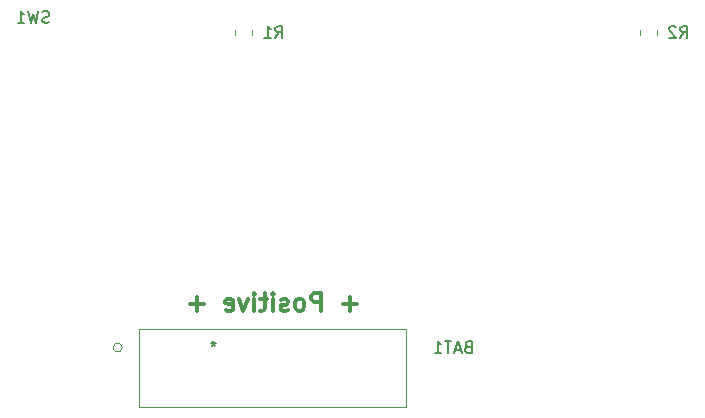
<source format=gbr>
%TF.GenerationSoftware,KiCad,Pcbnew,(5.1.9-0-10_14)*%
%TF.CreationDate,2021-10-18T12:22:06-07:00*%
%TF.ProjectId,pumpkin_pcb_2,70756d70-6b69-46e5-9f70-63625f322e6b,rev?*%
%TF.SameCoordinates,Original*%
%TF.FileFunction,Legend,Bot*%
%TF.FilePolarity,Positive*%
%FSLAX46Y46*%
G04 Gerber Fmt 4.6, Leading zero omitted, Abs format (unit mm)*
G04 Created by KiCad (PCBNEW (5.1.9-0-10_14)) date 2021-10-18 12:22:06*
%MOMM*%
%LPD*%
G01*
G04 APERTURE LIST*
%ADD10C,0.300000*%
%ADD11C,0.120000*%
%ADD12C,0.150000*%
G04 APERTURE END LIST*
D10*
X126568114Y-113619742D02*
X125425257Y-113619742D01*
X125996685Y-114191171D02*
X125996685Y-113048314D01*
X123568114Y-114191171D02*
X123568114Y-112691171D01*
X122996685Y-112691171D01*
X122853828Y-112762600D01*
X122782400Y-112834028D01*
X122710971Y-112976885D01*
X122710971Y-113191171D01*
X122782400Y-113334028D01*
X122853828Y-113405457D01*
X122996685Y-113476885D01*
X123568114Y-113476885D01*
X121853828Y-114191171D02*
X121996685Y-114119742D01*
X122068114Y-114048314D01*
X122139542Y-113905457D01*
X122139542Y-113476885D01*
X122068114Y-113334028D01*
X121996685Y-113262600D01*
X121853828Y-113191171D01*
X121639542Y-113191171D01*
X121496685Y-113262600D01*
X121425257Y-113334028D01*
X121353828Y-113476885D01*
X121353828Y-113905457D01*
X121425257Y-114048314D01*
X121496685Y-114119742D01*
X121639542Y-114191171D01*
X121853828Y-114191171D01*
X120782400Y-114119742D02*
X120639542Y-114191171D01*
X120353828Y-114191171D01*
X120210971Y-114119742D01*
X120139542Y-113976885D01*
X120139542Y-113905457D01*
X120210971Y-113762600D01*
X120353828Y-113691171D01*
X120568114Y-113691171D01*
X120710971Y-113619742D01*
X120782400Y-113476885D01*
X120782400Y-113405457D01*
X120710971Y-113262600D01*
X120568114Y-113191171D01*
X120353828Y-113191171D01*
X120210971Y-113262600D01*
X119496685Y-114191171D02*
X119496685Y-113191171D01*
X119496685Y-112691171D02*
X119568114Y-112762600D01*
X119496685Y-112834028D01*
X119425257Y-112762600D01*
X119496685Y-112691171D01*
X119496685Y-112834028D01*
X118996685Y-113191171D02*
X118425257Y-113191171D01*
X118782400Y-112691171D02*
X118782400Y-113976885D01*
X118710971Y-114119742D01*
X118568114Y-114191171D01*
X118425257Y-114191171D01*
X117925257Y-114191171D02*
X117925257Y-113191171D01*
X117925257Y-112691171D02*
X117996685Y-112762600D01*
X117925257Y-112834028D01*
X117853828Y-112762600D01*
X117925257Y-112691171D01*
X117925257Y-112834028D01*
X117353828Y-113191171D02*
X116996685Y-114191171D01*
X116639542Y-113191171D01*
X115496685Y-114119742D02*
X115639542Y-114191171D01*
X115925257Y-114191171D01*
X116068114Y-114119742D01*
X116139542Y-113976885D01*
X116139542Y-113405457D01*
X116068114Y-113262600D01*
X115925257Y-113191171D01*
X115639542Y-113191171D01*
X115496685Y-113262600D01*
X115425257Y-113405457D01*
X115425257Y-113548314D01*
X116139542Y-113691171D01*
X113639542Y-113619742D02*
X112496685Y-113619742D01*
X113068114Y-114191171D02*
X113068114Y-113048314D01*
D11*
%TO.C,R2*%
X152017400Y-90879664D02*
X152017400Y-90425536D01*
X150547400Y-90879664D02*
X150547400Y-90425536D01*
%TO.C,R1*%
X117727400Y-90879664D02*
X117727400Y-90425536D01*
X116257400Y-90879664D02*
X116257400Y-90425536D01*
%TO.C,BAT1*%
X106727000Y-117322600D02*
G75*
G03*
X106727000Y-117322600I-381000J0D01*
G01*
X108124000Y-122384947D02*
X108124000Y-115730147D01*
X130780800Y-122384947D02*
X108124000Y-122384947D01*
X130780800Y-115730147D02*
X130780800Y-122384947D01*
X108124000Y-115730147D02*
X130780800Y-115730147D01*
%TO.C,SW1*%
D12*
X100545733Y-89787361D02*
X100402876Y-89834980D01*
X100164780Y-89834980D01*
X100069542Y-89787361D01*
X100021923Y-89739742D01*
X99974304Y-89644504D01*
X99974304Y-89549266D01*
X100021923Y-89454028D01*
X100069542Y-89406409D01*
X100164780Y-89358790D01*
X100355257Y-89311171D01*
X100450495Y-89263552D01*
X100498114Y-89215933D01*
X100545733Y-89120695D01*
X100545733Y-89025457D01*
X100498114Y-88930219D01*
X100450495Y-88882600D01*
X100355257Y-88834980D01*
X100117161Y-88834980D01*
X99974304Y-88882600D01*
X99640971Y-88834980D02*
X99402876Y-89834980D01*
X99212400Y-89120695D01*
X99021923Y-89834980D01*
X98783828Y-88834980D01*
X97879066Y-89834980D02*
X98450495Y-89834980D01*
X98164780Y-89834980D02*
X98164780Y-88834980D01*
X98260019Y-88977838D01*
X98355257Y-89073076D01*
X98450495Y-89120695D01*
%TO.C,R2*%
X153989066Y-91104980D02*
X154322400Y-90628790D01*
X154560495Y-91104980D02*
X154560495Y-90104980D01*
X154179542Y-90104980D01*
X154084304Y-90152600D01*
X154036685Y-90200219D01*
X153989066Y-90295457D01*
X153989066Y-90438314D01*
X154036685Y-90533552D01*
X154084304Y-90581171D01*
X154179542Y-90628790D01*
X154560495Y-90628790D01*
X153608114Y-90200219D02*
X153560495Y-90152600D01*
X153465257Y-90104980D01*
X153227161Y-90104980D01*
X153131923Y-90152600D01*
X153084304Y-90200219D01*
X153036685Y-90295457D01*
X153036685Y-90390695D01*
X153084304Y-90533552D01*
X153655733Y-91104980D01*
X153036685Y-91104980D01*
%TO.C,R1*%
X119699066Y-91104980D02*
X120032400Y-90628790D01*
X120270495Y-91104980D02*
X120270495Y-90104980D01*
X119889542Y-90104980D01*
X119794304Y-90152600D01*
X119746685Y-90200219D01*
X119699066Y-90295457D01*
X119699066Y-90438314D01*
X119746685Y-90533552D01*
X119794304Y-90581171D01*
X119889542Y-90628790D01*
X120270495Y-90628790D01*
X118746685Y-91104980D02*
X119318114Y-91104980D01*
X119032400Y-91104980D02*
X119032400Y-90104980D01*
X119127638Y-90247838D01*
X119222876Y-90343076D01*
X119318114Y-90390695D01*
%TO.C,BAT1*%
X135986685Y-117251171D02*
X135843828Y-117298790D01*
X135796209Y-117346409D01*
X135748590Y-117441647D01*
X135748590Y-117584504D01*
X135796209Y-117679742D01*
X135843828Y-117727361D01*
X135939066Y-117774980D01*
X136320019Y-117774980D01*
X136320019Y-116774980D01*
X135986685Y-116774980D01*
X135891447Y-116822600D01*
X135843828Y-116870219D01*
X135796209Y-116965457D01*
X135796209Y-117060695D01*
X135843828Y-117155933D01*
X135891447Y-117203552D01*
X135986685Y-117251171D01*
X136320019Y-117251171D01*
X135367638Y-117489266D02*
X134891447Y-117489266D01*
X135462876Y-117774980D02*
X135129542Y-116774980D01*
X134796209Y-117774980D01*
X134605733Y-116774980D02*
X134034304Y-116774980D01*
X134320019Y-117774980D02*
X134320019Y-116774980D01*
X133177161Y-117774980D02*
X133748590Y-117774980D01*
X133462876Y-117774980D02*
X133462876Y-116774980D01*
X133558114Y-116917838D01*
X133653352Y-117013076D01*
X133748590Y-117060695D01*
X114452400Y-116774980D02*
X114452400Y-117013076D01*
X114690495Y-116917838D02*
X114452400Y-117013076D01*
X114214304Y-116917838D01*
X114595257Y-117203552D02*
X114452400Y-117013076D01*
X114309542Y-117203552D01*
%TD*%
M02*

</source>
